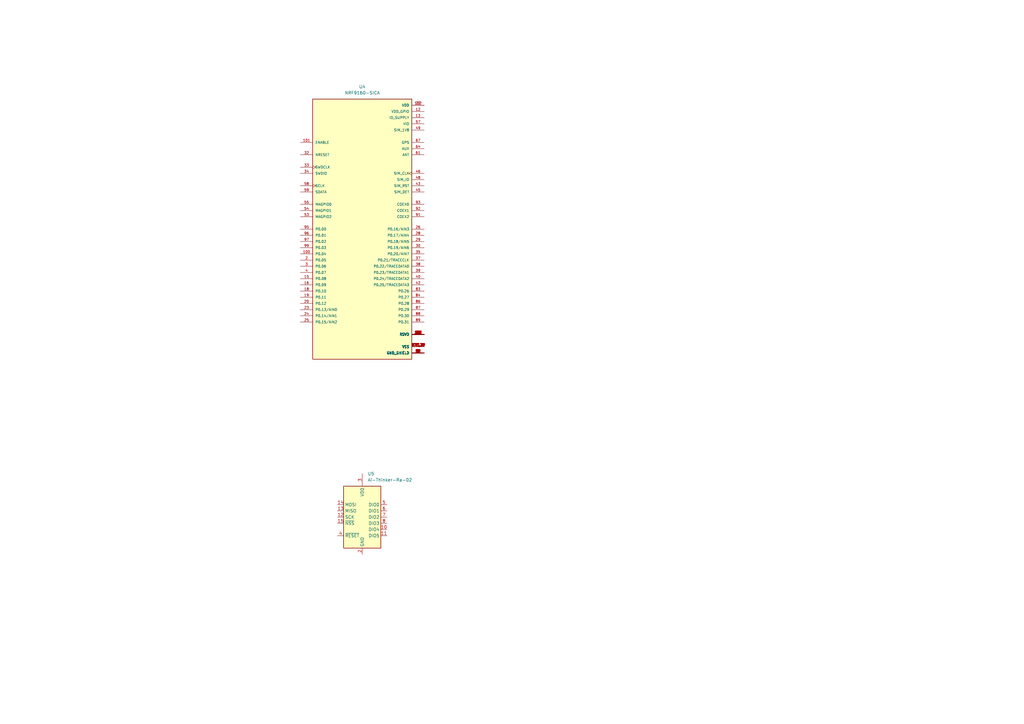
<source format=kicad_sch>
(kicad_sch (version 20230121) (generator eeschema)
  (paper "A3")
  (lib_symbols
    (symbol "RF_Module:Ai-Thinker-Ra-02"
      (property "Reference" "U" (at 2.54 19.05 0))
      (property "Value" "Ai-Thinker-Ra-02" (at 13.97 -15.24 0))
      (symbol "Ai-Thinker-Ra-02_0_1"
        (rectangle (start -7.62 12.7) (end 7.62 -12.7) (stroke (width 0.254)) (fill (type background)))
      )
      (symbol "Ai-Thinker-Ra-02_1_1"
        (pin passive line (at 0 -15.24 90) (length 2.54) hide (name "GND") (number "1"))
        (pin bidirectional line (at 10.16 -5.08 180) (length 2.54) (name "DIO4") (number "10"))
        (pin bidirectional line (at 10.16 -7.62 180) (length 2.54) (name "DIO5") (number "11"))
        (pin input line (at -10.16 0 0) (length 2.54) (name "SCK") (number "12"))
        (pin output line (at -10.16 2.54 0) (length 2.54) (name "MISO") (number "13"))
        (pin input line (at -10.16 5.08 0) (length 2.54) (name "MOSI") (number "14"))
        (pin input line (at -10.16 -2.54 0) (length 2.54) (name "~{NSS}") (number "15"))
        (pin passive line (at 0 -15.24 90) (length 2.54) hide (name "GND") (number "16"))
        (pin power_in line (at 0 -15.24 90) (length 2.54) (name "GND") (number "2"))
        (pin power_in line (at 0 17.78 270) (length 5.08) (name "VDD") (number "3"))
        (pin input line (at -10.16 -7.62 0) (length 2.54) (name "~{RESET}") (number "4"))
        (pin bidirectional line (at 10.16 5.08 180) (length 2.54) (name "DIO0") (number "5"))
        (pin bidirectional line (at 10.16 2.54 180) (length 2.54) (name "DIO1") (number "6"))
        (pin bidirectional line (at 10.16 0 180) (length 2.54) (name "DIO2") (number "7"))
        (pin bidirectional line (at 10.16 -2.54 180) (length 2.54) (name "DIO3") (number "8"))
        (pin passive line (at 0 -15.24 90) (length 2.54) hide (name "GND") (number "9"))
      )
    )
    (symbol "User:NRF9160-SICA" (pin_names (offset 1.016))
      (property "Reference" "U" (at -20.32 54.102 0))
      (property "Value" "NRF9160-SICA" (at -20.32 -55.88 0))
      (symbol "NRF9160-SICA_0_0"
        (rectangle (start -20.32 -53.34) (end 20.32 53.34) (stroke (width 0.254)) (fill (type background)))
        (pin power_in line (at 25.4 -50.8 180) (length 5.08) (name "GND_SHIELD") (number "1"))
        (pin passive line (at 25.4 -43.18 180) (length 5.08) (name "RSVD") (number "10"))
        (pin bidirectional line (at -25.4 -10.16 0) (length 5.08) (name "P0.04") (number "100"))
        (pin input line (at -25.4 35.56 0) (length 5.08) (name "ENABLE") (number "101"))
        (pin power_in line (at 25.4 50.8 180) (length 5.08) (name "VDD") (number "102"))
        (pin power_in line (at 25.4 -48.26 180) (length 5.08) (name "VSS") (number "103_1"))
        (pin power_in line (at 25.4 -48.26 180) (length 5.08) (name "VSS") (number "103_10"))
        (pin power_in line (at 25.4 -48.26 180) (length 5.08) (name "VSS") (number "103_11"))
        (pin power_in line (at 25.4 -48.26 180) (length 5.08) (name "VSS") (number "103_12"))
        (pin power_in line (at 25.4 -48.26 180) (length 5.08) (name "VSS") (number "103_13"))
        (pin power_in line (at 25.4 -48.26 180) (length 5.08) (name "VSS") (number "103_14"))
        (pin power_in line (at 25.4 -48.26 180) (length 5.08) (name "VSS") (number "103_15"))
        (pin power_in line (at 25.4 -48.26 180) (length 5.08) (name "VSS") (number "103_16"))
        (pin power_in line (at 25.4 -48.26 180) (length 5.08) (name "VSS") (number "103_17"))
        (pin power_in line (at 25.4 -48.26 180) (length 5.08) (name "VSS") (number "103_18"))
        (pin power_in line (at 25.4 -48.26 180) (length 5.08) (name "VSS") (number "103_19"))
        (pin power_in line (at 25.4 -48.26 180) (length 5.08) (name "VSS") (number "103_2"))
        (pin power_in line (at 25.4 -48.26 180) (length 5.08) (name "VSS") (number "103_20"))
        (pin power_in line (at 25.4 -48.26 180) (length 5.08) (name "VSS") (number "103_21"))
        (pin power_in line (at 25.4 -48.26 180) (length 5.08) (name "VSS") (number "103_22"))
        (pin power_in line (at 25.4 -48.26 180) (length 5.08) (name "VSS") (number "103_23"))
        (pin power_in line (at 25.4 -48.26 180) (length 5.08) (name "VSS") (number "103_24"))
        (pin power_in line (at 25.4 -48.26 180) (length 5.08) (name "VSS") (number "103_25"))
        (pin power_in line (at 25.4 -48.26 180) (length 5.08) (name "VSS") (number "103_26"))
        (pin power_in line (at 25.4 -48.26 180) (length 5.08) (name "VSS") (number "103_27"))
        (pin power_in line (at 25.4 -48.26 180) (length 5.08) (name "VSS") (number "103_28"))
        (pin power_in line (at 25.4 -48.26 180) (length 5.08) (name "VSS") (number "103_29"))
        (pin power_in line (at 25.4 -48.26 180) (length 5.08) (name "VSS") (number "103_3"))
        (pin power_in line (at 25.4 -48.26 180) (length 5.08) (name "VSS") (number "103_30"))
        (pin power_in line (at 25.4 -48.26 180) (length 5.08) (name "VSS") (number "103_31"))
        (pin power_in line (at 25.4 -48.26 180) (length 5.08) (name "VSS") (number "103_32"))
        (pin power_in line (at 25.4 -48.26 180) (length 5.08) (name "VSS") (number "103_33"))
        (pin power_in line (at 25.4 -48.26 180) (length 5.08) (name "VSS") (number "103_34"))
        (pin power_in line (at 25.4 -48.26 180) (length 5.08) (name "VSS") (number "103_35"))
        (pin power_in line (at 25.4 -48.26 180) (length 5.08) (name "VSS") (number "103_4"))
        (pin power_in line (at 25.4 -48.26 180) (length 5.08) (name "VSS") (number "103_5"))
        (pin power_in line (at 25.4 -48.26 180) (length 5.08) (name "VSS") (number "103_6"))
        (pin power_in line (at 25.4 -48.26 180) (length 5.08) (name "VSS") (number "103_7"))
        (pin power_in line (at 25.4 -48.26 180) (length 5.08) (name "VSS") (number "103_8"))
        (pin power_in line (at 25.4 -48.26 180) (length 5.08) (name "VSS") (number "103_9"))
        (pin passive line (at 25.4 -43.18 180) (length 5.08) (name "RSVD") (number "104"))
        (pin passive line (at 25.4 -43.18 180) (length 5.08) (name "RSVD") (number "105"))
        (pin passive line (at 25.4 -43.18 180) (length 5.08) (name "RSVD") (number "106"))
        (pin passive line (at 25.4 -43.18 180) (length 5.08) (name "RSVD") (number "107"))
        (pin passive line (at 25.4 -43.18 180) (length 5.08) (name "RSVD") (number "108"))
        (pin passive line (at 25.4 -43.18 180) (length 5.08) (name "RSVD") (number "109"))
        (pin passive line (at 25.4 -43.18 180) (length 5.08) (name "RSVD") (number "11"))
        (pin passive line (at 25.4 -43.18 180) (length 5.08) (name "RSVD") (number "110"))
        (pin passive line (at 25.4 -43.18 180) (length 5.08) (name "RSVD") (number "111"))
        (pin passive line (at 25.4 -43.18 180) (length 5.08) (name "RSVD") (number "112"))
        (pin passive line (at 25.4 -43.18 180) (length 5.08) (name "RSVD") (number "113"))
        (pin passive line (at 25.4 -43.18 180) (length 5.08) (name "RSVD") (number "114"))
        (pin passive line (at 25.4 -43.18 180) (length 5.08) (name "RSVD") (number "115"))
        (pin passive line (at 25.4 -43.18 180) (length 5.08) (name "RSVD") (number "116"))
        (pin passive line (at 25.4 -43.18 180) (length 5.08) (name "RSVD") (number "117"))
        (pin passive line (at 25.4 -43.18 180) (length 5.08) (name "RSVD") (number "118"))
        (pin passive line (at 25.4 -43.18 180) (length 5.08) (name "RSVD") (number "119"))
        (pin power_in line (at 25.4 48.26 180) (length 5.08) (name "VDD_GPIO") (number "12"))
        (pin passive line (at 25.4 -43.18 180) (length 5.08) (name "RSVD") (number "120"))
        (pin passive line (at 25.4 -43.18 180) (length 5.08) (name "RSVD") (number "121"))
        (pin passive line (at 25.4 -43.18 180) (length 5.08) (name "RSVD") (number "122"))
        (pin passive line (at 25.4 -43.18 180) (length 5.08) (name "RSVD") (number "123"))
        (pin passive line (at 25.4 -43.18 180) (length 5.08) (name "RSVD") (number "124"))
        (pin passive line (at 25.4 -43.18 180) (length 5.08) (name "RSVD") (number "125"))
        (pin passive line (at 25.4 -43.18 180) (length 5.08) (name "RSVD") (number "126"))
        (pin passive line (at 25.4 -43.18 180) (length 5.08) (name "RSVD") (number "127"))
        (pin power_in line (at 25.4 45.72 180) (length 5.08) (name "IO_SUPPLY") (number "13"))
        (pin power_in line (at 25.4 -50.8 180) (length 5.08) (name "GND_SHIELD") (number "14"))
        (pin bidirectional line (at -25.4 -20.32 0) (length 5.08) (name "P0.08") (number "15"))
        (pin bidirectional line (at -25.4 -22.86 0) (length 5.08) (name "P0.09") (number "16"))
        (pin power_in line (at 25.4 -50.8 180) (length 5.08) (name "GND_SHIELD") (number "17"))
        (pin bidirectional line (at -25.4 -25.4 0) (length 5.08) (name "P0.10") (number "18"))
        (pin bidirectional line (at -25.4 -27.94 0) (length 5.08) (name "P0.11") (number "19"))
        (pin bidirectional line (at -25.4 -12.7 0) (length 5.08) (name "P0.05") (number "2"))
        (pin bidirectional line (at -25.4 -30.48 0) (length 5.08) (name "P0.12") (number "20"))
        (pin power_in line (at 25.4 -50.8 180) (length 5.08) (name "GND_SHIELD") (number "21"))
        (pin power_in line (at 25.4 50.8 180) (length 5.08) (name "VDD") (number "22"))
        (pin bidirectional line (at -25.4 -33.02 0) (length 5.08) (name "P0.13/AIN0") (number "23"))
        (pin bidirectional line (at -25.4 -35.56 0) (length 5.08) (name "P0.14/AIN1") (number "24"))
        (pin bidirectional line (at -25.4 -38.1 0) (length 5.08) (name "P0.15/AIN2") (number "25"))
        (pin bidirectional line (at 25.4 0 180) (length 5.08) (name "P0.16/AIN3") (number "26"))
        (pin power_in line (at 25.4 -50.8 180) (length 5.08) (name "GND_SHIELD") (number "27"))
        (pin bidirectional line (at 25.4 -2.54 180) (length 5.08) (name "P0.17/AIN4") (number "28"))
        (pin bidirectional line (at 25.4 -5.08 180) (length 5.08) (name "P0.18/AIN5") (number "29"))
        (pin bidirectional line (at -25.4 -15.24 0) (length 5.08) (name "P0.06") (number "3"))
        (pin bidirectional line (at 25.4 -7.62 180) (length 5.08) (name "P0.19/AIN6") (number "30"))
        (pin power_in line (at 25.4 -50.8 180) (length 5.08) (name "GND_SHIELD") (number "31"))
        (pin input line (at -25.4 30.48 0) (length 5.08) (name "NRESET") (number "32"))
        (pin input clock (at -25.4 25.4 0) (length 5.08) (name "SWDCLK") (number "33"))
        (pin bidirectional line (at -25.4 22.86 0) (length 5.08) (name "SWDIO") (number "34"))
        (pin bidirectional line (at 25.4 -10.16 180) (length 5.08) (name "P0.20/AIN7") (number "35"))
        (pin power_in line (at 25.4 -50.8 180) (length 5.08) (name "GND_SHIELD") (number "36"))
        (pin bidirectional line (at 25.4 -12.7 180) (length 5.08) (name "P0.21/TRACECLK") (number "37"))
        (pin bidirectional line (at 25.4 -15.24 180) (length 5.08) (name "P0.22/TRACEDATA0") (number "38"))
        (pin bidirectional line (at 25.4 -17.78 180) (length 5.08) (name "P0.23/TRACEDATA1") (number "39"))
        (pin bidirectional line (at -25.4 -17.78 0) (length 5.08) (name "P0.07") (number "4"))
        (pin bidirectional line (at 25.4 -20.32 180) (length 5.08) (name "P0.24/TRACEDATA2") (number "40"))
        (pin power_in line (at 25.4 -50.8 180) (length 5.08) (name "GND_SHIELD") (number "41"))
        (pin bidirectional line (at 25.4 -22.86 180) (length 5.08) (name "P0.25/TRACEDATA3") (number "42"))
        (pin bidirectional line (at 25.4 17.78 180) (length 5.08) (name "SIM_RST") (number "43"))
        (pin power_in line (at 25.4 -50.8 180) (length 5.08) (name "GND_SHIELD") (number "44"))
        (pin bidirectional line (at 25.4 15.24 180) (length 5.08) (name "SIM_DET") (number "45"))
        (pin bidirectional clock (at 25.4 22.86 180) (length 5.08) (name "SIM_CLK") (number "46"))
        (pin power_in line (at 25.4 -50.8 180) (length 5.08) (name "GND_SHIELD") (number "47"))
        (pin bidirectional line (at 25.4 20.32 180) (length 5.08) (name "SIM_IO") (number "48"))
        (pin power_in line (at 25.4 40.64 180) (length 5.08) (name "SIM_1V8") (number "49"))
        (pin power_in line (at 25.4 -50.8 180) (length 5.08) (name "GND_SHIELD") (number "5"))
        (pin power_in line (at 25.4 -50.8 180) (length 5.08) (name "GND_SHIELD") (number "50"))
        (pin passive line (at 25.4 -43.18 180) (length 5.08) (name "RSVD") (number "51"))
        (pin power_in line (at 25.4 -50.8 180) (length 5.08) (name "GND_SHIELD") (number "52"))
        (pin bidirectional line (at -25.4 5.08 0) (length 5.08) (name "MAGPIO2") (number "53"))
        (pin bidirectional line (at -25.4 7.62 0) (length 5.08) (name "MAGPIO1") (number "54"))
        (pin bidirectional line (at -25.4 10.16 0) (length 5.08) (name "MAGPIO0") (number "55"))
        (pin power_in line (at 25.4 -50.8 180) (length 5.08) (name "GND_SHIELD") (number "56"))
        (pin power_in line (at 25.4 43.18 180) (length 5.08) (name "VIO") (number "57"))
        (pin bidirectional clock (at -25.4 17.78 0) (length 5.08) (name "SCLK") (number "58"))
        (pin bidirectional line (at -25.4 15.24 0) (length 5.08) (name "SDATA") (number "59"))
        (pin passive line (at 25.4 -43.18 180) (length 5.08) (name "RSVD") (number "6"))
        (pin power_in line (at 25.4 -50.8 180) (length 5.08) (name "GND_SHIELD") (number "60"))
        (pin bidirectional line (at 25.4 30.48 180) (length 5.08) (name "ANT") (number "61"))
        (pin power_in line (at 25.4 -50.8 180) (length 5.08) (name "GND_SHIELD") (number "62"))
        (pin power_in line (at 25.4 -50.8 180) (length 5.08) (name "GND_SHIELD") (number "63"))
        (pin output line (at 25.4 33.02 180) (length 5.08) (name "AUX") (number "64"))
        (pin power_in line (at 25.4 -50.8 180) (length 5.08) (name "GND_SHIELD") (number "65"))
        (pin power_in line (at 25.4 -50.8 180) (length 5.08) (name "GND_SHIELD") (number "66"))
        (pin input line (at 25.4 35.56 180) (length 5.08) (name "GPS") (number "67"))
        (pin passive line (at 25.4 -43.18 180) (length 5.08) (name "RSVD") (number "68"))
        (pin passive line (at 25.4 -43.18 180) (length 5.08) (name "RSVD") (number "69"))
        (pin passive line (at 25.4 -43.18 180) (length 5.08) (name "RSVD") (number "7"))
        (pin passive line (at 25.4 -43.18 180) (length 5.08) (name "RSVD") (number "70"))
        (pin passive line (at 25.4 -43.18 180) (length 5.08) (name "RSVD") (number "71"))
        (pin power_in line (at 25.4 -50.8 180) (length 5.08) (name "GND_SHIELD") (number "72"))
        (pin passive line (at 25.4 -43.18 180) (length 5.08) (name "RSVD") (number "73"))
        (pin power_in line (at 25.4 -50.8 180) (length 5.08) (name "GND_SHIELD") (number "74"))
        (pin power_in line (at 25.4 -50.8 180) (length 5.08) (name "GND_SHIELD") (number "75"))
        (pin power_in line (at 25.4 -50.8 180) (length 5.08) (name "GND_SHIELD") (number "76"))
        (pin power_in line (at 25.4 -50.8 180) (length 5.08) (name "GND_SHIELD") (number "77"))
        (pin power_in line (at 25.4 -50.8 180) (length 5.08) (name "GND_SHIELD") (number "78"))
        (pin power_in line (at 25.4 -50.8 180) (length 5.08) (name "GND_SHIELD") (number "79"))
        (pin passive line (at 25.4 -43.18 180) (length 5.08) (name "RSVD") (number "8"))
        (pin power_in line (at 25.4 -50.8 180) (length 5.08) (name "GND_SHIELD") (number "80"))
        (pin power_in line (at 25.4 -50.8 180) (length 5.08) (name "GND_SHIELD") (number "81"))
        (pin power_in line (at 25.4 -50.8 180) (length 5.08) (name "GND_SHIELD") (number "82"))
        (pin bidirectional line (at 25.4 -25.4 180) (length 5.08) (name "P0.26") (number "83"))
        (pin bidirectional line (at 25.4 -27.94 180) (length 5.08) (name "P0.27") (number "84"))
        (pin power_in line (at 25.4 -50.8 180) (length 5.08) (name "GND_SHIELD") (number "85"))
        (pin bidirectional line (at 25.4 -30.48 180) (length 5.08) (name "P0.28") (number "86"))
        (pin bidirectional line (at 25.4 -33.02 180) (length 5.08) (name "P0.29") (number "87"))
        (pin bidirectional line (at 25.4 -35.56 180) (length 5.08) (name "P0.30") (number "88"))
        (pin bidirectional line (at 25.4 -38.1 180) (length 5.08) (name "P0.31") (number "89"))
        (pin power_in line (at 25.4 -50.8 180) (length 5.08) (name "GND_SHIELD") (number "9"))
        (pin power_in line (at 25.4 -50.8 180) (length 5.08) (name "GND_SHIELD") (number "90"))
        (pin bidirectional line (at 25.4 5.08 180) (length 5.08) (name "COEX2") (number "91"))
        (pin bidirectional line (at 25.4 7.62 180) (length 5.08) (name "COEX1") (number "92"))
        (pin bidirectional line (at 25.4 10.16 180) (length 5.08) (name "COEX0") (number "93"))
        (pin power_in line (at 25.4 -50.8 180) (length 5.08) (name "GND_SHIELD") (number "94"))
        (pin bidirectional line (at -25.4 0 0) (length 5.08) (name "P0.00") (number "95"))
        (pin bidirectional line (at -25.4 -2.54 0) (length 5.08) (name "P0.01") (number "96"))
        (pin bidirectional line (at -25.4 -5.08 0) (length 5.08) (name "P0.02") (number "97"))
        (pin power_in line (at 25.4 -50.8 180) (length 5.08) (name "GND_SHIELD") (number "98"))
        (pin bidirectional line (at -25.4 -7.62 0) (length 5.08) (name "P0.03") (number "99"))
      )
    )
  )
  (symbol (lib_id "User:NRF9160-SICA") (at 148.59 93.98 0) (unit 1)
    (property "Reference" "U4" (at 148.59 35.56 0))
    (property "Value" "NRF9160-SICA" (at 148.59 38.1 0))
    (property "Footprint" "User:XCVR_NRF9160-SICA" (effects hide))
    (property "MF" "Nordic Semiconductor ASA" (effects hide))
    (property "MAXIMUM_PACKAGE_HEIGHT" "1.1 mm" (effects hide))
    (property "Package" "Module Nordic Semiconductor ASA" (effects hide))
    (property "Price" "None" (effects hide))
    (property "Check_prices" "https://www.snapeda.com/parts/NRF9160-SICA/Nordic+Semiconductor+ASA/view-part/?ref=eda" (effects hide))
    (property "STANDARD" "Manufacturer Recommendations" (effects hide))
    (property "PARTREV" "0.7.1" (effects hide))
    (property "SnapEDA_Link" "https://www.snapeda.com/parts/NRF9160-SICA/Nordic+Semiconductor+ASA/view-part/?ref=snap" (effects hide))
    (property "MP" "NRF9160-SICA" (effects hide))
    (property "Purchase-URL" "https://www.snapeda.com/api/url_track_click_mouser/?unipart_id=3216305&manufacturer=Nordic Semiconductor ASA&part_name=NRF9160-SICA&search_term=nrf9160" (effects hide))
    (property "Description" "\nIC RF TxRx + MCU Cellular GPS 700MHz ~ 2.2GHz 161-TFLGA Module\n" (effects hide))
    (property "Availability" "In Stock" (effects hide))
    (property "MANUFACTURER" "Nordic Semiconductor" (effects hide))
  )
  (symbol (lib_id "RF_Module:Ai-Thinker-Ra-02") (at 148.59 212.09 0) (unit 1)
    (property "Reference" "U5" (at 150.7841 194.31 0) (effects (justify left)))
    (property "Value" "Ai-Thinker-Ra-02" (at 150.7841 196.85 0) (effects (justify left)))
    (property "Footprint" "RF_Module:Ai-Thinker-Ra-01-LoRa" (effects hide))
    (property "Datasheet" "http://wiki.ai-thinker.com/_media/lora/docs/c048ps01a1_ra-02_product_specification_v1.1.pdf" (effects hide))
  )
)
</source>
